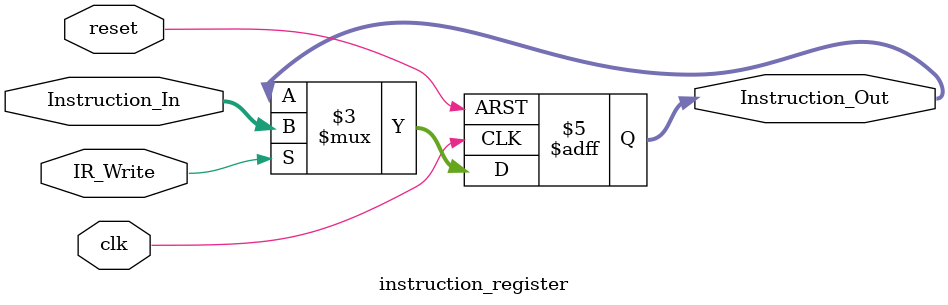
<source format=v>
module instruction_register (
    input clk,
    input reset,
    input IR_Write,                 // control: 1=load new instruction, 0=hold
    input [31:0] Instruction_In,   // instruction from memory
    output reg [31:0] Instruction_Out // current instruction
);

    always @(posedge clk or posedge reset) begin
        if (reset)
            Instruction_Out <= 32'd0;    // clear instruction on reset
        else if (IR_Write)
            Instruction_Out <= Instruction_In; // new instruction
        else
            Instruction_Out <= Instruction_Out; // hold value
    end

endmodule
</source>
